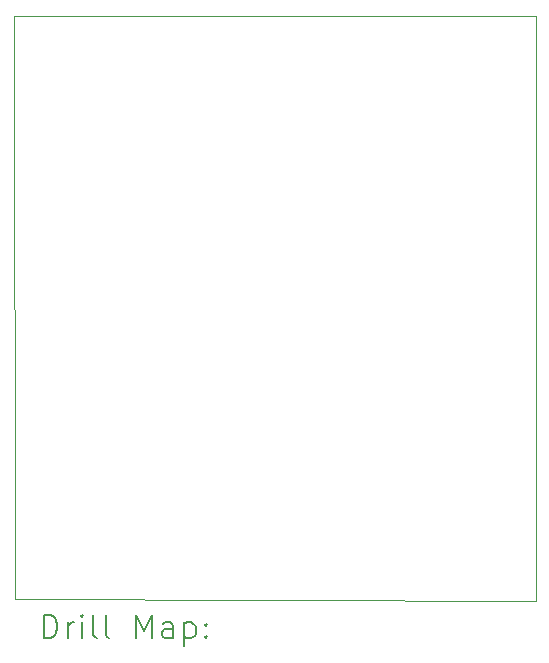
<source format=gbr>
%TF.GenerationSoftware,KiCad,Pcbnew,7.0.7*%
%TF.CreationDate,2024-03-21T17:46:49+00:00*%
%TF.ProjectId,BT401_Digimodes,42543430-315f-4446-9967-696d6f646573,rev?*%
%TF.SameCoordinates,Original*%
%TF.FileFunction,Drillmap*%
%TF.FilePolarity,Positive*%
%FSLAX45Y45*%
G04 Gerber Fmt 4.5, Leading zero omitted, Abs format (unit mm)*
G04 Created by KiCad (PCBNEW 7.0.7) date 2024-03-21 17:46:49*
%MOMM*%
%LPD*%
G01*
G04 APERTURE LIST*
%ADD10C,0.100000*%
%ADD11C,0.200000*%
G04 APERTURE END LIST*
D10*
X12700000Y-5194300D02*
X17119600Y-5194300D01*
X12712700Y-10134600D02*
X12700000Y-5194300D01*
X17119600Y-5194300D02*
X17119600Y-10147300D01*
X17119600Y-10147300D02*
X12712700Y-10134600D01*
D11*
X12955777Y-10463784D02*
X12955777Y-10263784D01*
X12955777Y-10263784D02*
X13003396Y-10263784D01*
X13003396Y-10263784D02*
X13031967Y-10273308D01*
X13031967Y-10273308D02*
X13051015Y-10292355D01*
X13051015Y-10292355D02*
X13060539Y-10311403D01*
X13060539Y-10311403D02*
X13070062Y-10349498D01*
X13070062Y-10349498D02*
X13070062Y-10378070D01*
X13070062Y-10378070D02*
X13060539Y-10416165D01*
X13060539Y-10416165D02*
X13051015Y-10435212D01*
X13051015Y-10435212D02*
X13031967Y-10454260D01*
X13031967Y-10454260D02*
X13003396Y-10463784D01*
X13003396Y-10463784D02*
X12955777Y-10463784D01*
X13155777Y-10463784D02*
X13155777Y-10330450D01*
X13155777Y-10368546D02*
X13165301Y-10349498D01*
X13165301Y-10349498D02*
X13174824Y-10339974D01*
X13174824Y-10339974D02*
X13193872Y-10330450D01*
X13193872Y-10330450D02*
X13212920Y-10330450D01*
X13279586Y-10463784D02*
X13279586Y-10330450D01*
X13279586Y-10263784D02*
X13270062Y-10273308D01*
X13270062Y-10273308D02*
X13279586Y-10282831D01*
X13279586Y-10282831D02*
X13289110Y-10273308D01*
X13289110Y-10273308D02*
X13279586Y-10263784D01*
X13279586Y-10263784D02*
X13279586Y-10282831D01*
X13403396Y-10463784D02*
X13384348Y-10454260D01*
X13384348Y-10454260D02*
X13374824Y-10435212D01*
X13374824Y-10435212D02*
X13374824Y-10263784D01*
X13508158Y-10463784D02*
X13489110Y-10454260D01*
X13489110Y-10454260D02*
X13479586Y-10435212D01*
X13479586Y-10435212D02*
X13479586Y-10263784D01*
X13736729Y-10463784D02*
X13736729Y-10263784D01*
X13736729Y-10263784D02*
X13803396Y-10406641D01*
X13803396Y-10406641D02*
X13870062Y-10263784D01*
X13870062Y-10263784D02*
X13870062Y-10463784D01*
X14051015Y-10463784D02*
X14051015Y-10359022D01*
X14051015Y-10359022D02*
X14041491Y-10339974D01*
X14041491Y-10339974D02*
X14022443Y-10330450D01*
X14022443Y-10330450D02*
X13984348Y-10330450D01*
X13984348Y-10330450D02*
X13965301Y-10339974D01*
X14051015Y-10454260D02*
X14031967Y-10463784D01*
X14031967Y-10463784D02*
X13984348Y-10463784D01*
X13984348Y-10463784D02*
X13965301Y-10454260D01*
X13965301Y-10454260D02*
X13955777Y-10435212D01*
X13955777Y-10435212D02*
X13955777Y-10416165D01*
X13955777Y-10416165D02*
X13965301Y-10397117D01*
X13965301Y-10397117D02*
X13984348Y-10387593D01*
X13984348Y-10387593D02*
X14031967Y-10387593D01*
X14031967Y-10387593D02*
X14051015Y-10378070D01*
X14146253Y-10330450D02*
X14146253Y-10530450D01*
X14146253Y-10339974D02*
X14165301Y-10330450D01*
X14165301Y-10330450D02*
X14203396Y-10330450D01*
X14203396Y-10330450D02*
X14222443Y-10339974D01*
X14222443Y-10339974D02*
X14231967Y-10349498D01*
X14231967Y-10349498D02*
X14241491Y-10368546D01*
X14241491Y-10368546D02*
X14241491Y-10425689D01*
X14241491Y-10425689D02*
X14231967Y-10444736D01*
X14231967Y-10444736D02*
X14222443Y-10454260D01*
X14222443Y-10454260D02*
X14203396Y-10463784D01*
X14203396Y-10463784D02*
X14165301Y-10463784D01*
X14165301Y-10463784D02*
X14146253Y-10454260D01*
X14327205Y-10444736D02*
X14336729Y-10454260D01*
X14336729Y-10454260D02*
X14327205Y-10463784D01*
X14327205Y-10463784D02*
X14317682Y-10454260D01*
X14317682Y-10454260D02*
X14327205Y-10444736D01*
X14327205Y-10444736D02*
X14327205Y-10463784D01*
X14327205Y-10339974D02*
X14336729Y-10349498D01*
X14336729Y-10349498D02*
X14327205Y-10359022D01*
X14327205Y-10359022D02*
X14317682Y-10349498D01*
X14317682Y-10349498D02*
X14327205Y-10339974D01*
X14327205Y-10339974D02*
X14327205Y-10359022D01*
M02*

</source>
